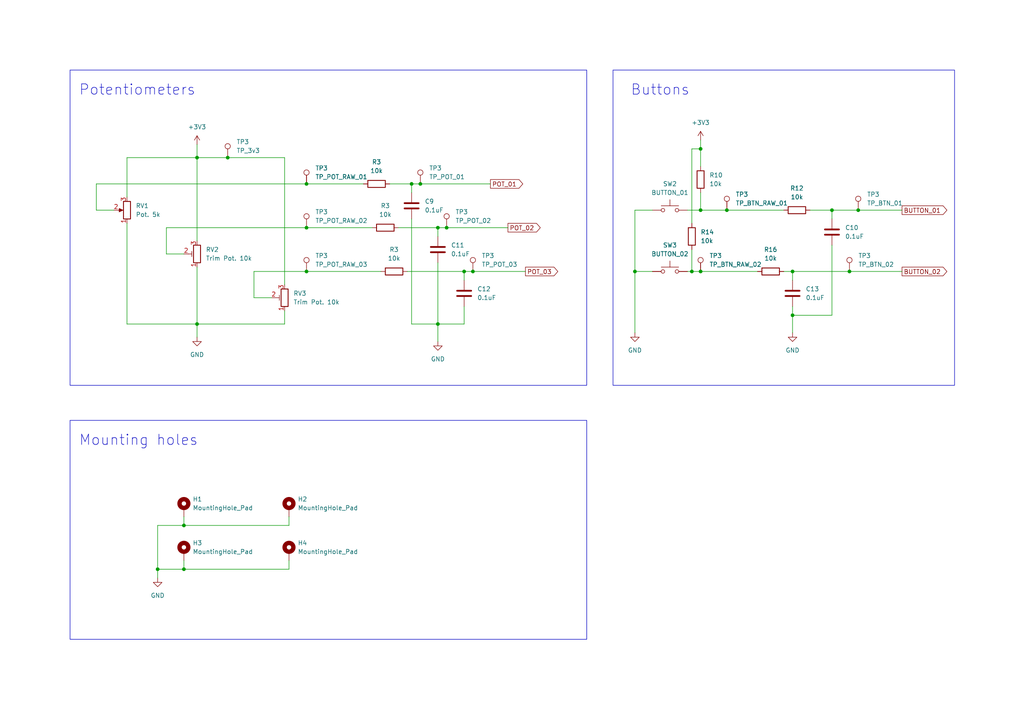
<source format=kicad_sch>
(kicad_sch (version 20230121) (generator eeschema)
  (paper "A4")
  (lib_symbols
    (symbol "Connector:TestPoint" (pin_numbers hide) (pin_names (offset 0.762) hide)
      (property "Reference" "TP" (at 0 6.858 0))
      (property "Value" "TestPoint" (at 0 5.08 0))
      (symbol "TestPoint_0_1"
        (circle (center 0 3.302) (radius 0.762))
      )
      (symbol "TestPoint_1_1"
        (pin passive line (at 0 0 90) (length 2.54) (name "1") (number "1"))
      )
    )
    (symbol "Device:C" (pin_numbers hide) (pin_names (offset 0.254))
      (property "Reference" "C" (at 0.635 2.54 0))
      (property "Value" "C" (at 0.635 -2.54 0))
      (symbol "C_0_1"
        (polyline (pts (xy -2.032 -0.762) (xy 2.032 -0.762)) (stroke (width 0.508)))
        (polyline (pts (xy -2.032 0.762) (xy 2.032 0.762)) (stroke (width 0.508)))
      )
      (symbol "C_1_1"
        (pin passive line (at 0 3.81 270) (length 2.794) (name "~") (number "1"))
        (pin passive line (at 0 -3.81 90) (length 2.794) (name "~") (number "2"))
      )
    )
    (symbol "Device:R" (pin_numbers hide) (pin_names (offset 0))
      (property "Reference" "R" (at 2.032 0 90))
      (property "Value" "R" (at 0 0 90))
      (symbol "R_0_1"
        (rectangle (start -1.016 -2.54) (end 1.016 2.54) (stroke (width 0.254)))
      )
      (symbol "R_1_1"
        (pin passive line (at 0 3.81 270) (length 1.27) (name "~") (number "1"))
        (pin passive line (at 0 -3.81 90) (length 1.27) (name "~") (number "2"))
      )
    )
    (symbol "Device:R_Potentiometer" (pin_names (offset 1.016) hide)
      (property "Reference" "RV" (at -4.445 0 90))
      (property "Value" "R_Potentiometer" (at -2.54 0 90))
      (symbol "R_Potentiometer_0_1"
        (polyline (pts (xy 2.54 0) (xy 1.524 0)))
        (polyline (pts (xy 1.143 0) (xy 2.286 0.508) (xy 2.286 -0.508) (xy 1.143 0)) (fill (type outline)))
        (rectangle (start 1.016 2.54) (end -1.016 -2.54) (stroke (width 0.254)))
      )
      (symbol "R_Potentiometer_1_1"
        (pin passive line (at 0 3.81 270) (length 1.27) (name "1") (number "1"))
        (pin passive line (at 3.81 0 180) (length 1.27) (name "2") (number "2"))
        (pin passive line (at 0 -3.81 90) (length 1.27) (name "3") (number "3"))
      )
    )
    (symbol "Device:R_Potentiometer_Trim" (pin_names (offset 1.016) hide)
      (property "Reference" "RV" (at -4.445 0 90))
      (property "Value" "R_Potentiometer_Trim" (at -2.54 0 90))
      (symbol "R_Potentiometer_Trim_0_1"
        (polyline (pts (xy 1.524 0.762) (xy 1.524 -0.762)))
        (polyline (pts (xy 2.54 0) (xy 1.524 0)))
        (rectangle (start 1.016 2.54) (end -1.016 -2.54) (stroke (width 0.254)))
      )
      (symbol "R_Potentiometer_Trim_1_1"
        (pin passive line (at 0 3.81 270) (length 1.27) (name "1") (number "1"))
        (pin passive line (at 3.81 0 180) (length 1.27) (name "2") (number "2"))
        (pin passive line (at 0 -3.81 90) (length 1.27) (name "3") (number "3"))
      )
    )
    (symbol "Mechanical:MountingHole_Pad" (pin_numbers hide) (pin_names (offset 1.016) hide)
      (property "Reference" "H" (at 0 6.35 0))
      (property "Value" "MountingHole_Pad" (at 0 4.445 0))
      (symbol "MountingHole_Pad_0_1"
        (circle (center 0 1.27) (radius 1.27) (stroke (width 1.27)))
      )
      (symbol "MountingHole_Pad_1_1"
        (pin input line (at 0 -2.54 90) (length 2.54) (name "1") (number "1"))
      )
    )
    (symbol "Switch:SW_Push" (pin_numbers hide) (pin_names (offset 1.016) hide)
      (property "Reference" "SW" (at 1.27 2.54 0))
      (property "Value" "SW_Push" (at 0 -1.524 0))
      (symbol "SW_Push_0_1"
        (circle (center -2.032 0) (radius 0.508))
        (polyline (pts (xy 0 1.27) (xy 0 3.048)))
        (polyline (pts (xy 2.54 1.27) (xy -2.54 1.27)))
        (circle (center 2.032 0) (radius 0.508))
        (pin passive line (at -5.08 0 0) (length 2.54) (name "1") (number "1"))
        (pin passive line (at 5.08 0 180) (length 2.54) (name "2") (number "2"))
      )
    )
    (symbol "power:+3V3" (power) (pin_names (offset 0))
      (property "Value" "+3V3" (at 0 3.556 0))
      (symbol "+3V3_0_1"
        (polyline (pts (xy -0.762 1.27) (xy 0 2.54)))
        (polyline (pts (xy 0 0) (xy 0 2.54)))
        (polyline (pts (xy 0 2.54) (xy 0.762 1.27)))
      )
      (symbol "+3V3_1_1"
        (pin power_in line (at 0 0 90) (length 0) hide (name "+3V3") (number "1"))
      )
    )
    (symbol "power:GND" (power) (pin_names (offset 0))
      (property "Value" "GND" (at 0 -3.81 0))
      (symbol "GND_0_1"
        (polyline (pts (xy 0 0) (xy 0 -1.27) (xy 1.27 -1.27) (xy 0 -2.54) (xy -1.27 -1.27) (xy 0 -1.27)))
      )
      (symbol "GND_1_1"
        (pin power_in line (at 0 0 270) (length 0) hide (name "GND") (number "1"))
      )
    )
  )
  (junction (at 127 93.98))
  (junction (at 203.2 43.18))
  (junction (at 53.34 165.1))
  (junction (at 241.3 60.96))
  (junction (at 45.72 165.1))
  (junction (at 121.92 53.34))
  (junction (at 53.34 152.4))
  (junction (at 229.87 78.74))
  (junction (at 184.15 78.74))
  (junction (at 119.38 53.34))
  (junction (at 203.2 60.96))
  (junction (at 57.15 45.72))
  (junction (at 88.9 66.04))
  (junction (at 246.38 78.74))
  (junction (at 88.9 53.34))
  (junction (at 88.9 78.74))
  (junction (at 203.2 78.74))
  (junction (at 127 66.04))
  (junction (at 129.54 66.04))
  (junction (at 210.82 60.96))
  (junction (at 66.04 45.72))
  (junction (at 137.16 78.74))
  (junction (at 57.15 93.98))
  (junction (at 229.87 91.44))
  (junction (at 200.66 78.74))
  (junction (at 248.92 60.96))
  (junction (at 134.62 78.74))
  (wire (pts (xy 134.62 93.98) (xy 134.62 88.9)))
  (wire (pts (xy 88.9 78.74) (xy 110.49 78.74)))
  (wire (pts (xy 134.62 78.74) (xy 137.16 78.74)))
  (wire (pts (xy 73.66 78.74) (xy 88.9 78.74)))
  (wire (pts (xy 246.38 78.74) (xy 261.62 78.74)))
  (wire (pts (xy 53.34 73.66) (xy 48.26 73.66)))
  (wire (pts (xy 57.15 41.91) (xy 57.15 45.72)))
  (wire (pts (xy 127 76.2) (xy 127 93.98)))
  (wire (pts (xy 36.83 64.77) (xy 36.83 93.98)))
  (wire (pts (xy 113.03 53.34) (xy 119.38 53.34)))
  (wire (pts (xy 27.94 53.34) (xy 88.9 53.34)))
  (wire (pts (xy 203.2 40.64) (xy 203.2 43.18)))
  (wire (pts (xy 36.83 93.98) (xy 57.15 93.98)))
  (wire (pts (xy 83.82 152.4) (xy 53.34 152.4)))
  (wire (pts (xy 184.15 78.74) (xy 189.23 78.74)))
  (wire (pts (xy 53.34 165.1) (xy 83.82 165.1)))
  (wire (pts (xy 57.15 93.98) (xy 82.55 93.98)))
  (wire (pts (xy 229.87 78.74) (xy 229.87 81.28)))
  (wire (pts (xy 203.2 43.18) (xy 203.2 48.26)))
  (wire (pts (xy 36.83 45.72) (xy 57.15 45.72)))
  (wire (pts (xy 27.94 60.96) (xy 27.94 53.34)))
  (wire (pts (xy 127 93.98) (xy 134.62 93.98)))
  (wire (pts (xy 200.66 43.18) (xy 200.66 64.77)))
  (wire (pts (xy 234.95 60.96) (xy 241.3 60.96)))
  (wire (pts (xy 184.15 60.96) (xy 189.23 60.96)))
  (wire (pts (xy 121.92 53.34) (xy 142.24 53.34)))
  (wire (pts (xy 127 93.98) (xy 127 99.06)))
  (wire (pts (xy 78.74 86.36) (xy 73.66 86.36)))
  (wire (pts (xy 66.04 45.72) (xy 82.55 45.72)))
  (wire (pts (xy 119.38 93.98) (xy 127 93.98)))
  (wire (pts (xy 200.66 72.39) (xy 200.66 78.74)))
  (wire (pts (xy 200.66 43.18) (xy 203.2 43.18)))
  (wire (pts (xy 184.15 78.74) (xy 184.15 60.96)))
  (wire (pts (xy 45.72 165.1) (xy 53.34 165.1)))
  (wire (pts (xy 248.92 60.96) (xy 261.62 60.96)))
  (wire (pts (xy 83.82 149.86) (xy 83.82 152.4)))
  (wire (pts (xy 57.15 45.72) (xy 66.04 45.72)))
  (wire (pts (xy 88.9 66.04) (xy 107.95 66.04)))
  (wire (pts (xy 57.15 45.72) (xy 57.15 69.85)))
  (wire (pts (xy 203.2 78.74) (xy 219.71 78.74)))
  (wire (pts (xy 57.15 77.47) (xy 57.15 93.98)))
  (wire (pts (xy 203.2 60.96) (xy 210.82 60.96)))
  (wire (pts (xy 134.62 78.74) (xy 134.62 81.28)))
  (wire (pts (xy 48.26 73.66) (xy 48.26 66.04)))
  (wire (pts (xy 83.82 162.56) (xy 83.82 165.1)))
  (wire (pts (xy 73.66 86.36) (xy 73.66 78.74)))
  (wire (pts (xy 184.15 78.74) (xy 184.15 96.52)))
  (wire (pts (xy 82.55 90.17) (xy 82.55 93.98)))
  (wire (pts (xy 82.55 45.72) (xy 82.55 82.55)))
  (wire (pts (xy 36.83 45.72) (xy 36.83 57.15)))
  (wire (pts (xy 45.72 152.4) (xy 45.72 165.1)))
  (wire (pts (xy 210.82 60.96) (xy 227.33 60.96)))
  (wire (pts (xy 203.2 55.88) (xy 203.2 60.96)))
  (wire (pts (xy 127 66.04) (xy 127 68.58)))
  (wire (pts (xy 53.34 152.4) (xy 53.34 149.86)))
  (wire (pts (xy 119.38 53.34) (xy 121.92 53.34)))
  (wire (pts (xy 53.34 165.1) (xy 53.34 162.56)))
  (wire (pts (xy 57.15 93.98) (xy 57.15 97.79)))
  (wire (pts (xy 241.3 60.96) (xy 248.92 60.96)))
  (wire (pts (xy 45.72 165.1) (xy 45.72 167.64)))
  (wire (pts (xy 118.11 78.74) (xy 134.62 78.74)))
  (wire (pts (xy 229.87 91.44) (xy 229.87 88.9)))
  (wire (pts (xy 241.3 91.44) (xy 241.3 71.12)))
  (wire (pts (xy 115.57 66.04) (xy 127 66.04)))
  (wire (pts (xy 129.54 66.04) (xy 147.32 66.04)))
  (wire (pts (xy 227.33 78.74) (xy 229.87 78.74)))
  (wire (pts (xy 127 66.04) (xy 129.54 66.04)))
  (wire (pts (xy 200.66 78.74) (xy 199.39 78.74)))
  (wire (pts (xy 119.38 53.34) (xy 119.38 55.88)))
  (wire (pts (xy 48.26 66.04) (xy 88.9 66.04)))
  (wire (pts (xy 203.2 60.96) (xy 199.39 60.96)))
  (wire (pts (xy 241.3 60.96) (xy 241.3 63.5)))
  (wire (pts (xy 53.34 152.4) (xy 45.72 152.4)))
  (wire (pts (xy 137.16 78.74) (xy 152.4 78.74)))
  (wire (pts (xy 33.02 60.96) (xy 27.94 60.96)))
  (wire (pts (xy 229.87 78.74) (xy 246.38 78.74)))
  (wire (pts (xy 200.66 78.74) (xy 203.2 78.74)))
  (wire (pts (xy 229.87 91.44) (xy 229.87 96.52)))
  (wire (pts (xy 119.38 63.5) (xy 119.38 93.98)))
  (wire (pts (xy 229.87 91.44) (xy 241.3 91.44)))
  (wire (pts (xy 88.9 53.34) (xy 105.41 53.34)))
  (rectangle (start 20.32 121.92) (end 170.18 185.42))
  (rectangle (start 20.32 20.32) (end 170.18 111.76))
  (rectangle (start 177.8 20.32) (end 276.86 111.76))
  (text "Mounting holes" (at 22.86 129.54 0) (effects (font (size 3 3)) (justify left bottom)))
  (text "Potentiometers" (at 22.86 27.94 0) (effects (font (size 3 3)) (justify left bottom)))
  (text "Buttons" (at 182.88 27.94 0) (effects (font (size 3 3)) (justify left bottom)))
  (global_label "POT_01" (shape output) (at 142.24 53.34 0) (property "Intersheetrefs" "${INTERSHEET_REFS}" (effects hide)))
  (global_label "POT_03" (shape output) (at 152.4 78.74 0) (property "Intersheetrefs" "${INTERSHEET_REFS}" (effects hide)))
  (global_label "BUTTON_01" (shape output) (at 261.62 60.96 0) (property "Intersheetrefs" "${INTERSHEET_REFS}" (effects hide)))
  (global_label "POT_02" (shape output) (at 147.32 66.04 0) (property "Intersheetrefs" "${INTERSHEET_REFS}" (effects hide)))
  (global_label "BUTTON_02" (shape output) (at 261.62 78.74 0) (property "Intersheetrefs" "${INTERSHEET_REFS}" (effects hide)))
  (symbol (lib_id "Device:R_Potentiometer_Trim") (at 57.15 73.66 180) (unit 1)
    (property "Reference" "RV2" (at 59.69 72.39 0) (effects (justify right)))
    (property "Value" "Trim Pot. 10k" (at 59.69 74.93 0) (effects (justify right)))
    (property "Footprint" "Potentiometer_THT:Potentiometer_Bourns_3296W_Vertical" (effects hide))
  )
  (symbol (lib_id "Device:R_Potentiometer") (at 36.83 60.96 180) (unit 1)
    (property "Reference" "RV1" (at 39.37 59.69 0) (effects (justify right)))
    (property "Value" "Pot. 5k" (at 39.37 62.23 0) (effects (justify right)))
    (property "Footprint" "Potentiometer_THT:Potentiometer_Alps_RK163_Dual_Horizontal" (effects hide))
  )
  (symbol (lib_id "Connector:TestPoint") (at 137.16 78.74 0) (unit 1)
    (property "Reference" "TP3" (at 139.7 74.168 0) (effects (justify left)))
    (property "Value" "TP_POT_03" (at 139.7 76.708 0) (effects (justify left)))
    (property "Footprint" "TestPoint:TestPoint_Pad_D2.5mm" (effects hide))
    (instances (project "ProstheticHandV2" (path "" (reference "TP3") (unit 1)) (path "" (reference "TP18") (unit 1))))
  )
  (symbol (lib_id "power:GND") (at 184.15 96.52 0) (unit 1)
    (property "Reference" "#PWR09" (effects hide))
    (property "Value" "GND" (at 184.15 101.6 0))
    (instances (project "ProstheticHandV2" (path "" (reference "#PWR09") (unit 1)) (path "" (reference "#PWR015") (unit 1))))
  )
  (symbol (lib_id "Device:C") (at 119.38 59.69 0) (unit 1)
    (property "Reference" "C9" (at 123.19 58.42 0) (effects (justify left)))
    (property "Value" "0.1uF" (at 123.19 60.96 0) (effects (justify left)))
    (property "Footprint" "Capacitor_SMD:C_1206_3216Metric" (effects hide))
  )
  (symbol (lib_id "Device:C") (at 134.62 85.09 0) (unit 1)
    (property "Reference" "C12" (at 138.43 83.82 0) (effects (justify left)))
    (property "Value" "0.1uF" (at 138.43 86.36 0) (effects (justify left)))
    (property "Footprint" "Capacitor_SMD:C_1206_3216Metric" (effects hide))
  )
  (symbol (lib_id "power:+3V3") (at 57.15 41.91 0) (unit 1)
    (property "Reference" "#PWR014" (effects hide))
    (property "Value" "+3V3" (at 57.15 36.83 0))
  )
  (symbol (lib_id "Device:R") (at 223.52 78.74 90) (unit 1)
    (property "Reference" "R16" (at 223.52 72.39 90))
    (property "Value" "10k" (at 223.52 74.93 90))
    (property "Footprint" "Resistor_SMD:R_1206_3216Metric" (effects hide))
  )
  (symbol (lib_id "power:GND") (at 57.15 97.79 0) (unit 1)
    (property "Reference" "#PWR09" (effects hide))
    (property "Value" "GND" (at 57.15 102.87 0))
    (instances (project "ProstheticHandV2" (path "" (reference "#PWR09") (unit 1)) (path "" (reference "#PWR017") (unit 1))))
  )
  (symbol (lib_id "Connector:TestPoint") (at 246.38 78.74 0) (unit 1)
    (property "Reference" "TP3" (at 248.92 74.168 0) (effects (justify left)))
    (property "Value" "TP_BTN_02" (at 248.92 76.708 0) (effects (justify left)))
    (property "Footprint" "TestPoint:TestPoint_Pad_D2.5mm" (effects hide))
    (instances (project "ProstheticHandV2" (path "" (reference "TP3") (unit 1)) (path "" (reference "TP20") (unit 1))))
  )
  (symbol (lib_id "Device:R") (at 200.66 68.58 0) (unit 1)
    (property "Reference" "R14" (at 203.2 67.31 0) (effects (justify left)))
    (property "Value" "10k" (at 203.2 69.85 0) (effects (justify left)))
    (property "Footprint" "Resistor_SMD:R_1206_3216Metric" (effects hide))
  )
  (symbol (lib_id "Connector:TestPoint") (at 88.9 53.34 0) (unit 1)
    (property "Reference" "TP3" (at 91.44 48.768 0) (effects (justify left)))
    (property "Value" "TP_POT_RAW_01" (at 91.44 51.308 0) (effects (justify left)))
    (property "Footprint" "TestPoint:TestPoint_Pad_D2.5mm" (effects hide))
    (instances (project "ProstheticHandV2" (path "" (reference "TP3") (unit 1)) (path "" (reference "TP11") (unit 1))))
  )
  (symbol (lib_id "Mechanical:MountingHole_Pad") (at 53.34 147.32 0) (unit 1)
    (property "Reference" "H1" (at 55.88 144.78 0) (effects (justify left)))
    (property "Value" "MountingHole_Pad" (at 55.88 147.32 0) (effects (justify left)))
    (property "Footprint" "MountingHole:MountingHole_3.2mm_M3_Pad" (effects hide))
  )
  (symbol (lib_id "Device:R_Potentiometer_Trim") (at 82.55 86.36 180) (unit 1)
    (property "Reference" "RV3" (at 85.09 85.09 0) (effects (justify right)))
    (property "Value" "Trim Pot. 10k" (at 85.09 87.63 0) (effects (justify right)))
    (property "Footprint" "Potentiometer_THT:Potentiometer_Bourns_3296W_Vertical" (effects hide))
  )
  (symbol (lib_id "power:GND") (at 45.72 167.64 0) (unit 1)
    (property "Reference" "#PWR019" (effects hide))
    (property "Value" "GND" (at 45.72 172.72 0))
  )
  (symbol (lib_id "power:+3V3") (at 203.2 40.64 0) (unit 1)
    (property "Reference" "#PWR013" (effects hide))
    (property "Value" "+3V3" (at 203.2 35.56 0))
  )
  (symbol (lib_id "Mechanical:MountingHole_Pad") (at 53.34 160.02 0) (unit 1)
    (property "Reference" "H3" (at 55.88 157.48 0) (effects (justify left)))
    (property "Value" "MountingHole_Pad" (at 55.88 160.02 0) (effects (justify left)))
    (property "Footprint" "MountingHole:MountingHole_3.2mm_M3_Pad" (effects hide))
  )
  (symbol (lib_id "Mechanical:MountingHole_Pad") (at 83.82 160.02 0) (unit 1)
    (property "Reference" "H4" (at 86.36 157.48 0) (effects (justify left)))
    (property "Value" "MountingHole_Pad" (at 86.36 160.02 0) (effects (justify left)))
    (property "Footprint" "MountingHole:MountingHole_3.2mm_M3_Pad" (effects hide))
  )
  (symbol (lib_id "Device:R") (at 111.76 66.04 90) (unit 1)
    (property "Reference" "R3" (at 111.76 59.69 90))
    (property "Value" "10k" (at 111.76 62.23 90))
    (property "Footprint" "Resistor_SMD:R_1206_3216Metric" (effects hide))
    (instances (project "ProstheticHandV2" (path "" (reference "R3") (unit 1)) (path "" (reference "R13") (unit 1))))
  )
  (symbol (lib_id "Device:R") (at 231.14 60.96 90) (unit 1)
    (property "Reference" "R12" (at 231.14 54.61 90))
    (property "Value" "10k" (at 231.14 57.15 90))
    (property "Footprint" "Resistor_SMD:R_1206_3216Metric" (effects hide))
  )
  (symbol (lib_id "Switch:SW_Push") (at 194.31 78.74 0) (unit 1)
    (property "Reference" "SW3" (at 194.31 71.12 0))
    (property "Value" "BUTTON_02" (at 194.31 73.66 0))
    (property "Footprint" "Button_Switch_THT:SW_PUSH_6mm_H5mm" (effects hide))
  )
  (symbol (lib_id "Connector:TestPoint") (at 210.82 60.96 0) (unit 1)
    (property "Reference" "TP3" (at 213.36 56.388 0) (effects (justify left)))
    (property "Value" "TP_BTN_RAW_01" (at 213.36 58.928 0) (effects (justify left)))
    (property "Footprint" "TestPoint:TestPoint_Pad_D2.5mm" (effects hide))
    (instances (project "ProstheticHandV2" (path "" (reference "TP3") (unit 1)) (path "" (reference "TP13") (unit 1))))
  )
  (symbol (lib_id "Mechanical:MountingHole_Pad") (at 83.82 147.32 0) (unit 1)
    (property "Reference" "H2" (at 86.36 144.78 0) (effects (justify left)))
    (property "Value" "MountingHole_Pad" (at 86.36 147.32 0) (effects (justify left)))
    (property "Footprint" "MountingHole:MountingHole_3.2mm_M3_Pad" (effects hide))
  )
  (symbol (lib_id "power:GND") (at 127 99.06 0) (unit 1)
    (property "Reference" "#PWR09" (effects hide))
    (property "Value" "GND" (at 127 104.14 0))
    (instances (project "ProstheticHandV2" (path "" (reference "#PWR09") (unit 1)) (path "" (reference "#PWR018") (unit 1))))
  )
  (symbol (lib_id "Connector:TestPoint") (at 248.92 60.96 0) (unit 1)
    (property "Reference" "TP3" (at 251.46 56.388 0) (effects (justify left)))
    (property "Value" "TP_BTN_01" (at 251.46 58.928 0) (effects (justify left)))
    (property "Footprint" "TestPoint:TestPoint_Pad_D2.5mm" (effects hide))
    (instances (project "ProstheticHandV2" (path "" (reference "TP3") (unit 1)) (path "" (reference "TP14") (unit 1))))
  )
  (symbol (lib_id "Connector:TestPoint") (at 121.92 53.34 0) (unit 1)
    (property "Reference" "TP3" (at 124.46 48.768 0) (effects (justify left)))
    (property "Value" "TP_POT_01" (at 124.46 51.308 0) (effects (justify left)))
    (property "Footprint" "TestPoint:TestPoint_Pad_D2.5mm" (effects hide))
    (instances (project "ProstheticHandV2" (path "" (reference "TP3") (unit 1)) (path "" (reference "TP12") (unit 1))))
  )
  (symbol (lib_id "Connector:TestPoint") (at 203.2 78.74 0) (unit 1)
    (property "Reference" "TP3" (at 205.74 74.168 0) (effects (justify left)))
    (property "Value" "TP_BTN_RAW_02" (at 205.74 76.708 0) (effects (justify left)))
    (property "Footprint" "TestPoint:TestPoint_Pad_D2.5mm" (effects hide))
    (instances (project "ProstheticHandV2" (path "" (reference "TP3") (unit 1)) (path "" (reference "TP19") (unit 1))))
  )
  (symbol (lib_id "Device:R") (at 203.2 52.07 0) (unit 1)
    (property "Reference" "R10" (at 205.74 50.8 0) (effects (justify left)))
    (property "Value" "10k" (at 205.74 53.34 0) (effects (justify left)))
    (property "Footprint" "Resistor_SMD:R_1206_3216Metric" (effects hide))
  )
  (symbol (lib_id "power:GND") (at 229.87 96.52 0) (unit 1)
    (property "Reference" "#PWR09" (effects hide))
    (property "Value" "GND" (at 229.87 101.6 0))
    (instances (project "ProstheticHandV2" (path "" (reference "#PWR09") (unit 1)) (path "" (reference "#PWR016") (unit 1))))
  )
  (symbol (lib_id "Device:R") (at 109.22 53.34 90) (unit 1)
    (property "Reference" "R3" (at 109.22 46.99 90))
    (property "Value" "10k" (at 109.22 49.53 90))
    (property "Footprint" "Resistor_SMD:R_1206_3216Metric" (effects hide))
    (instances (project "ProstheticHandV2" (path "" (reference "R3") (unit 1)) (path "" (reference "R11") (unit 1))))
  )
  (symbol (lib_id "Device:R") (at 114.3 78.74 90) (unit 1)
    (property "Reference" "R3" (at 114.3 72.39 90))
    (property "Value" "10k" (at 114.3 74.93 90))
    (property "Footprint" "Resistor_SMD:R_1206_3216Metric" (effects hide))
    (instances (project "ProstheticHandV2" (path "" (reference "R3") (unit 1)) (path "" (reference "R15") (unit 1))))
  )
  (symbol (lib_id "Device:C") (at 229.87 85.09 0) (unit 1)
    (property "Reference" "C13" (at 233.68 83.82 0) (effects (justify left)))
    (property "Value" "0.1uF" (at 233.68 86.36 0) (effects (justify left)))
    (property "Footprint" "Capacitor_SMD:C_1206_3216Metric" (effects hide))
  )
  (symbol (lib_id "Connector:TestPoint") (at 88.9 78.74 0) (unit 1)
    (property "Reference" "TP3" (at 91.44 74.168 0) (effects (justify left)))
    (property "Value" "TP_POT_RAW_03" (at 91.44 76.708 0) (effects (justify left)))
    (property "Footprint" "TestPoint:TestPoint_Pad_D2.5mm" (effects hide))
    (instances (project "ProstheticHandV2" (path "" (reference "TP3") (unit 1)) (path "" (reference "TP17") (unit 1))))
  )
  (symbol (lib_id "Switch:SW_Push") (at 194.31 60.96 0) (unit 1)
    (property "Reference" "SW2" (at 194.31 53.34 0))
    (property "Value" "BUTTON_01" (at 194.31 55.88 0))
    (property "Footprint" "Button_Switch_THT:SW_PUSH_6mm_H5mm" (effects hide))
  )
  (symbol (lib_id "Device:C") (at 241.3 67.31 0) (unit 1)
    (property "Reference" "C10" (at 245.11 66.04 0) (effects (justify left)))
    (property "Value" "0.1uF" (at 245.11 68.58 0) (effects (justify left)))
    (property "Footprint" "Capacitor_SMD:C_1206_3216Metric" (effects hide))
  )
  (symbol (lib_id "Connector:TestPoint") (at 88.9 66.04 0) (unit 1)
    (property "Reference" "TP3" (at 91.44 61.468 0) (effects (justify left)))
    (property "Value" "TP_POT_RAW_02" (at 91.44 64.008 0) (effects (justify left)))
    (property "Footprint" "TestPoint:TestPoint_Pad_D2.5mm" (effects hide))
    (instances (project "ProstheticHandV2" (path "" (reference "TP3") (unit 1)) (path "" (reference "TP15") (unit 1))))
  )
  (symbol (lib_id "Device:C") (at 127 72.39 0) (unit 1)
    (property "Reference" "C11" (at 130.81 71.12 0) (effects (justify left)))
    (property "Value" "0.1uF" (at 130.81 73.66 0) (effects (justify left)))
    (property "Footprint" "Capacitor_SMD:C_1206_3216Metric" (effects hide))
  )
  (symbol (lib_id "Connector:TestPoint") (at 129.54 66.04 0) (unit 1)
    (property "Reference" "TP3" (at 132.08 61.468 0) (effects (justify left)))
    (property "Value" "TP_POT_02" (at 132.08 64.008 0) (effects (justify left)))
    (property "Footprint" "TestPoint:TestPoint_Pad_D2.5mm" (effects hide))
    (instances (project "ProstheticHandV2" (path "" (reference "TP3") (unit 1)) (path "" (reference "TP16") (unit 1))))
  )
  (symbol (lib_id "Connector:TestPoint") (at 66.04 45.72 0) (unit 1)
    (property "Reference" "TP3" (at 68.58 41.148 0) (effects (justify left)))
    (property "Value" "TP_3v3" (at 68.58 43.688 0) (effects (justify left)))
    (property "Footprint" "TestPoint:TestPoint_Pad_D2.5mm" (effects hide))
    (instances (project "ProstheticHandV2" (path "" (reference "TP3") (unit 1)) (path "" (reference "TP10") (unit 1))))
  )
)
</source>
